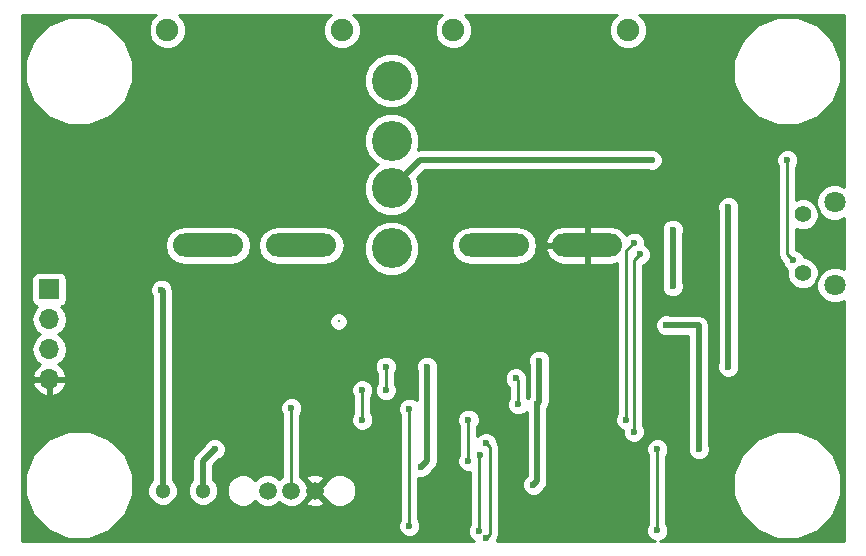
<source format=gbr>
G04 #@! TF.FileFunction,Copper,L2,Bot,Signal*
%FSLAX46Y46*%
G04 Gerber Fmt 4.6, Leading zero omitted, Abs format (unit mm)*
G04 Created by KiCad (PCBNEW 4.0.7-e2-6376~61~ubuntu18.04.1) date Sat Jul 21 17:42:36 2018*
%MOMM*%
%LPD*%
G01*
G04 APERTURE LIST*
%ADD10C,0.100000*%
%ADD11C,3.400000*%
%ADD12R,1.700000X1.700000*%
%ADD13O,1.700000X1.700000*%
%ADD14O,5.930000X1.970000*%
%ADD15C,1.900000*%
%ADD16C,1.408000*%
%ADD17C,1.800000*%
%ADD18C,1.300000*%
%ADD19C,1.500000*%
%ADD20C,0.300000*%
%ADD21C,0.600000*%
%ADD22C,0.500000*%
%ADD23C,0.250000*%
%ADD24C,0.254000*%
G04 APERTURE END LIST*
D10*
D11*
X99000000Y-76360000D03*
X99000000Y-80420000D03*
X99000000Y-71280000D03*
X99000000Y-85500000D03*
D12*
X70000000Y-88960000D03*
D13*
X70000000Y-91500000D03*
X70000000Y-94040000D03*
X70000000Y-96580000D03*
D14*
X107660000Y-85240000D03*
X115560000Y-85240000D03*
D15*
X104220000Y-67000000D03*
X119000000Y-67000000D03*
D14*
X83440000Y-85240000D03*
X91340000Y-85240000D03*
D15*
X80000000Y-67000000D03*
X94780000Y-67000000D03*
D16*
X133800000Y-87600000D03*
X133800000Y-82600000D03*
D17*
X136500000Y-88600000D03*
X136500000Y-81600000D03*
D18*
X79600000Y-106000000D03*
X83000000Y-106000000D03*
D19*
X90500000Y-106000000D03*
X92500000Y-106000000D03*
X88500000Y-106000000D03*
D20*
X94500000Y-91675000D03*
D21*
X125000000Y-102500000D03*
X122250000Y-92000000D03*
X122800000Y-88700000D03*
X122800000Y-83900000D03*
X121000000Y-78000000D03*
X124000000Y-100500000D03*
X124000000Y-104500000D03*
X98500000Y-99000000D03*
X112898780Y-98707400D03*
X103575560Y-107597660D03*
X110501020Y-107292600D03*
X131400000Y-82950000D03*
X134404880Y-93900440D03*
X134000000Y-89500000D03*
X126500000Y-89500000D03*
X126500000Y-82950000D03*
X102000000Y-95500000D03*
X101500000Y-104000000D03*
X79500000Y-89000000D03*
X111000000Y-105500000D03*
X111301120Y-98707400D03*
X111500000Y-95000000D03*
X127500000Y-95500000D03*
X127500000Y-82000000D03*
X132500000Y-78000000D03*
X133000000Y-86500000D03*
X109500000Y-96500000D03*
X109700920Y-98707400D03*
X119500000Y-101000000D03*
X120000000Y-86000000D03*
X118874990Y-100000000D03*
X119500000Y-85000000D03*
X98500000Y-95500000D03*
X98500000Y-97500000D03*
X100500000Y-109000000D03*
X100500000Y-99071429D03*
X90500000Y-99000000D03*
X105500000Y-103500000D03*
X105500000Y-100000000D03*
X96500000Y-100000000D03*
X96500000Y-97500000D03*
X107002545Y-101976210D03*
X84000000Y-102500000D03*
X107000000Y-110000000D03*
X106500000Y-103000000D03*
X106374990Y-109434306D03*
X121500000Y-109374990D03*
X121500000Y-102500000D03*
D22*
X125000000Y-92000000D02*
X125000000Y-102500000D01*
X122250000Y-92000000D02*
X125000000Y-92000000D01*
X122800000Y-83900000D02*
X122800000Y-88700000D01*
X121000000Y-78000000D02*
X101420000Y-78000000D01*
X101420000Y-78000000D02*
X99000000Y-80420000D01*
D23*
X134000000Y-89500000D02*
X134000000Y-93495560D01*
X134000000Y-93495560D02*
X134404880Y-93900440D01*
D22*
X126500000Y-82950000D02*
X126500000Y-89500000D01*
X101500000Y-104000000D02*
X102000000Y-103500000D01*
X102000000Y-103500000D02*
X102000000Y-95500000D01*
X79600000Y-106000000D02*
X79600000Y-89100000D01*
X79600000Y-89100000D02*
X79500000Y-89000000D01*
X111301120Y-98707400D02*
X111301120Y-105198880D01*
X111301120Y-105198880D02*
X111000000Y-105500000D01*
X111500000Y-95000000D02*
X111500000Y-98508520D01*
X111500000Y-98508520D02*
X111301120Y-98707400D01*
X127500000Y-82000000D02*
X127500000Y-95500000D01*
D23*
X133000000Y-86500000D02*
X132500000Y-86000000D01*
X132500000Y-86000000D02*
X132500000Y-78000000D01*
X109700920Y-98707400D02*
X109700920Y-96700920D01*
X109700920Y-96700920D02*
X109500000Y-96500000D01*
X120000000Y-86000000D02*
X119500000Y-86500000D01*
X119500000Y-86500000D02*
X119500000Y-101000000D01*
X118874990Y-85625010D02*
X118874990Y-99575736D01*
X119500000Y-85000000D02*
X118874990Y-85625010D01*
X118874990Y-99575736D02*
X118874990Y-100000000D01*
X98500000Y-97500000D02*
X98500000Y-95500000D01*
X100500000Y-99071429D02*
X100500000Y-109000000D01*
X90500000Y-106000000D02*
X90500000Y-99000000D01*
X105500000Y-100000000D02*
X105500000Y-103500000D01*
X96500000Y-97500000D02*
X96500000Y-100000000D01*
X107299999Y-109700001D02*
X107299999Y-102273664D01*
X107000000Y-110000000D02*
X107299999Y-109700001D01*
X107299999Y-102273664D02*
X107002545Y-101976210D01*
D22*
X83000000Y-103500000D02*
X84000000Y-102500000D01*
X83000000Y-106000000D02*
X83000000Y-103500000D01*
D23*
X106374990Y-103125010D02*
X106500000Y-103000000D01*
X106374990Y-109434306D02*
X106374990Y-103125010D01*
X121500000Y-102500000D02*
X121500000Y-109374990D01*
D24*
G36*
X78657086Y-66100997D02*
X78415276Y-66683341D01*
X78414725Y-67313893D01*
X78655519Y-67896657D01*
X79100997Y-68342914D01*
X79683341Y-68584724D01*
X80313893Y-68585275D01*
X80896657Y-68344481D01*
X81342914Y-67899003D01*
X81584724Y-67316659D01*
X81585275Y-66686107D01*
X81344481Y-66103343D01*
X80951825Y-65710000D01*
X93828767Y-65710000D01*
X93437086Y-66100997D01*
X93195276Y-66683341D01*
X93194725Y-67313893D01*
X93435519Y-67896657D01*
X93880997Y-68342914D01*
X94463341Y-68584724D01*
X95093893Y-68585275D01*
X95676657Y-68344481D01*
X96122914Y-67899003D01*
X96364724Y-67316659D01*
X96365275Y-66686107D01*
X96124481Y-66103343D01*
X95731825Y-65710000D01*
X103268767Y-65710000D01*
X102877086Y-66100997D01*
X102635276Y-66683341D01*
X102634725Y-67313893D01*
X102875519Y-67896657D01*
X103320997Y-68342914D01*
X103903341Y-68584724D01*
X104533893Y-68585275D01*
X105116657Y-68344481D01*
X105562914Y-67899003D01*
X105804724Y-67316659D01*
X105805275Y-66686107D01*
X105564481Y-66103343D01*
X105171825Y-65710000D01*
X118048767Y-65710000D01*
X117657086Y-66100997D01*
X117415276Y-66683341D01*
X117414725Y-67313893D01*
X117655519Y-67896657D01*
X118100997Y-68342914D01*
X118683341Y-68584724D01*
X119313893Y-68585275D01*
X119896657Y-68344481D01*
X120342914Y-67899003D01*
X120584724Y-67316659D01*
X120585275Y-66686107D01*
X120344481Y-66103343D01*
X119951825Y-65710000D01*
X137290000Y-65710000D01*
X137290000Y-80265963D01*
X136806670Y-80065267D01*
X136196009Y-80064735D01*
X135631629Y-80297932D01*
X135199449Y-80729357D01*
X134965267Y-81293330D01*
X134964735Y-81903991D01*
X135197932Y-82468371D01*
X135629357Y-82900551D01*
X136193330Y-83134733D01*
X136803991Y-83135265D01*
X137290000Y-82934450D01*
X137290000Y-87265963D01*
X136806670Y-87065267D01*
X136196009Y-87064735D01*
X135631629Y-87297932D01*
X135199449Y-87729357D01*
X134965267Y-88293330D01*
X134964735Y-88903991D01*
X135197932Y-89468371D01*
X135629357Y-89900551D01*
X136193330Y-90134733D01*
X136803991Y-90135265D01*
X137290000Y-89934450D01*
X137290000Y-110290000D01*
X121733939Y-110290000D01*
X122028943Y-110168107D01*
X122292192Y-109905317D01*
X122434838Y-109561789D01*
X122435162Y-109189823D01*
X122293117Y-108846047D01*
X122260000Y-108812872D01*
X122260000Y-106406427D01*
X127922207Y-106406427D01*
X128617545Y-108089275D01*
X129903952Y-109377929D01*
X131585584Y-110076204D01*
X133406427Y-110077793D01*
X135089275Y-109382455D01*
X136377929Y-108096048D01*
X137076204Y-106414416D01*
X137077793Y-104593573D01*
X136382455Y-102910725D01*
X135096048Y-101622071D01*
X133414416Y-100923796D01*
X131593573Y-100922207D01*
X129910725Y-101617545D01*
X128622071Y-102903952D01*
X127923796Y-104585584D01*
X127922207Y-106406427D01*
X122260000Y-106406427D01*
X122260000Y-103062463D01*
X122292192Y-103030327D01*
X122434838Y-102686799D01*
X122435162Y-102314833D01*
X122293117Y-101971057D01*
X122030327Y-101707808D01*
X121686799Y-101565162D01*
X121314833Y-101564838D01*
X120971057Y-101706883D01*
X120707808Y-101969673D01*
X120565162Y-102313201D01*
X120564838Y-102685167D01*
X120706883Y-103028943D01*
X120740000Y-103062118D01*
X120740000Y-108812527D01*
X120707808Y-108844663D01*
X120565162Y-109188191D01*
X120564838Y-109560157D01*
X120706883Y-109903933D01*
X120969673Y-110167182D01*
X121265450Y-110290000D01*
X107891985Y-110290000D01*
X107934838Y-110186799D01*
X107934921Y-110091451D01*
X108002147Y-109990840D01*
X108059999Y-109700001D01*
X108059999Y-102273664D01*
X108002147Y-101982825D01*
X108002147Y-101982824D01*
X107937624Y-101886259D01*
X107937707Y-101791043D01*
X107795662Y-101447267D01*
X107532872Y-101184018D01*
X107189344Y-101041372D01*
X106817378Y-101041048D01*
X106473602Y-101183093D01*
X106260000Y-101396323D01*
X106260000Y-100562463D01*
X106292192Y-100530327D01*
X106434838Y-100186799D01*
X106435162Y-99814833D01*
X106293117Y-99471057D01*
X106030327Y-99207808D01*
X105686799Y-99065162D01*
X105314833Y-99064838D01*
X104971057Y-99206883D01*
X104707808Y-99469673D01*
X104565162Y-99813201D01*
X104564838Y-100185167D01*
X104706883Y-100528943D01*
X104740000Y-100562118D01*
X104740000Y-102937537D01*
X104707808Y-102969673D01*
X104565162Y-103313201D01*
X104564838Y-103685167D01*
X104706883Y-104028943D01*
X104969673Y-104292192D01*
X105313201Y-104434838D01*
X105614990Y-104435101D01*
X105614990Y-108871843D01*
X105582798Y-108903979D01*
X105440152Y-109247507D01*
X105439828Y-109619473D01*
X105581873Y-109963249D01*
X105844663Y-110226498D01*
X105997592Y-110290000D01*
X67710000Y-110290000D01*
X67710000Y-106406427D01*
X67922207Y-106406427D01*
X68617545Y-108089275D01*
X69903952Y-109377929D01*
X71585584Y-110076204D01*
X73406427Y-110077793D01*
X75089275Y-109382455D01*
X76377929Y-108096048D01*
X77076204Y-106414416D01*
X77076343Y-106254481D01*
X78314777Y-106254481D01*
X78509995Y-106726943D01*
X78871155Y-107088735D01*
X79343276Y-107284777D01*
X79854481Y-107285223D01*
X80326943Y-107090005D01*
X80688735Y-106728845D01*
X80884777Y-106256724D01*
X80884778Y-106254481D01*
X81714777Y-106254481D01*
X81909995Y-106726943D01*
X82271155Y-107088735D01*
X82743276Y-107284777D01*
X83254481Y-107285223D01*
X83726943Y-107090005D01*
X84088735Y-106728845D01*
X84277485Y-106274285D01*
X85014760Y-106274285D01*
X85225169Y-106783515D01*
X85614436Y-107173461D01*
X86123298Y-107384759D01*
X86674285Y-107385240D01*
X87183515Y-107174831D01*
X87450123Y-106908687D01*
X87714436Y-107173461D01*
X88223298Y-107384759D01*
X88774285Y-107385240D01*
X89283515Y-107174831D01*
X89500036Y-106958687D01*
X89714436Y-107173461D01*
X90223298Y-107384759D01*
X90774285Y-107385240D01*
X91283515Y-107174831D01*
X91487183Y-106971517D01*
X91708088Y-106971517D01*
X91776077Y-107212460D01*
X92295171Y-107397201D01*
X92845448Y-107369230D01*
X93223923Y-107212460D01*
X93291912Y-106971517D01*
X92500000Y-106179605D01*
X91708088Y-106971517D01*
X91487183Y-106971517D01*
X91673461Y-106785564D01*
X91771901Y-106548494D01*
X92320395Y-106000000D01*
X92679605Y-106000000D01*
X93398447Y-106718842D01*
X93425169Y-106783515D01*
X93814436Y-107173461D01*
X94323298Y-107384759D01*
X94874285Y-107385240D01*
X95383515Y-107174831D01*
X95773461Y-106785564D01*
X95984759Y-106276702D01*
X95985240Y-105725715D01*
X95774831Y-105216485D01*
X95385564Y-104826539D01*
X94876702Y-104615241D01*
X94325715Y-104614760D01*
X93816485Y-104825169D01*
X93426539Y-105214436D01*
X93399108Y-105280497D01*
X92679605Y-106000000D01*
X92320395Y-106000000D01*
X91771967Y-105451572D01*
X91674831Y-105216485D01*
X91487157Y-105028483D01*
X91708088Y-105028483D01*
X92500000Y-105820395D01*
X93291912Y-105028483D01*
X93223923Y-104787540D01*
X92704829Y-104602799D01*
X92154552Y-104630770D01*
X91776077Y-104787540D01*
X91708088Y-105028483D01*
X91487157Y-105028483D01*
X91285564Y-104826539D01*
X91260000Y-104815924D01*
X91260000Y-99562463D01*
X91292192Y-99530327D01*
X91434838Y-99186799D01*
X91435162Y-98814833D01*
X91293117Y-98471057D01*
X91030327Y-98207808D01*
X90686799Y-98065162D01*
X90314833Y-98064838D01*
X89971057Y-98206883D01*
X89707808Y-98469673D01*
X89565162Y-98813201D01*
X89564838Y-99185167D01*
X89706883Y-99528943D01*
X89740000Y-99562118D01*
X89740000Y-104815453D01*
X89716485Y-104825169D01*
X89499964Y-105041313D01*
X89285564Y-104826539D01*
X88776702Y-104615241D01*
X88225715Y-104614760D01*
X87716485Y-104825169D01*
X87449877Y-105091313D01*
X87185564Y-104826539D01*
X86676702Y-104615241D01*
X86125715Y-104614760D01*
X85616485Y-104825169D01*
X85226539Y-105214436D01*
X85015241Y-105723298D01*
X85014760Y-106274285D01*
X84277485Y-106274285D01*
X84284777Y-106256724D01*
X84285223Y-105745519D01*
X84090005Y-105273057D01*
X83885000Y-105067693D01*
X83885000Y-103866580D01*
X84408835Y-103342745D01*
X84528943Y-103293117D01*
X84792192Y-103030327D01*
X84934838Y-102686799D01*
X84935162Y-102314833D01*
X84793117Y-101971057D01*
X84530327Y-101707808D01*
X84186799Y-101565162D01*
X83814833Y-101564838D01*
X83471057Y-101706883D01*
X83207808Y-101969673D01*
X83157434Y-102090987D01*
X82374210Y-102874210D01*
X82182367Y-103161325D01*
X82182367Y-103161326D01*
X82114999Y-103500000D01*
X82115000Y-103500005D01*
X82115000Y-105067776D01*
X81911265Y-105271155D01*
X81715223Y-105743276D01*
X81714777Y-106254481D01*
X80884778Y-106254481D01*
X80885223Y-105745519D01*
X80690005Y-105273057D01*
X80485000Y-105067693D01*
X80485000Y-97685167D01*
X95564838Y-97685167D01*
X95706883Y-98028943D01*
X95740000Y-98062118D01*
X95740000Y-99437537D01*
X95707808Y-99469673D01*
X95565162Y-99813201D01*
X95564838Y-100185167D01*
X95706883Y-100528943D01*
X95969673Y-100792192D01*
X96313201Y-100934838D01*
X96685167Y-100935162D01*
X97028943Y-100793117D01*
X97292192Y-100530327D01*
X97434838Y-100186799D01*
X97435162Y-99814833D01*
X97293117Y-99471057D01*
X97260000Y-99437882D01*
X97260000Y-99256596D01*
X99564838Y-99256596D01*
X99706883Y-99600372D01*
X99740000Y-99633547D01*
X99740000Y-108437537D01*
X99707808Y-108469673D01*
X99565162Y-108813201D01*
X99564838Y-109185167D01*
X99706883Y-109528943D01*
X99969673Y-109792192D01*
X100313201Y-109934838D01*
X100685167Y-109935162D01*
X101028943Y-109793117D01*
X101292192Y-109530327D01*
X101434838Y-109186799D01*
X101435162Y-108814833D01*
X101293117Y-108471057D01*
X101260000Y-108437882D01*
X101260000Y-104912747D01*
X101313201Y-104934838D01*
X101685167Y-104935162D01*
X102028943Y-104793117D01*
X102292192Y-104530327D01*
X102342566Y-104409014D01*
X102625787Y-104125792D01*
X102625790Y-104125790D01*
X102817633Y-103838675D01*
X102828810Y-103782484D01*
X102885001Y-103500000D01*
X102885000Y-103499995D01*
X102885000Y-96685167D01*
X108564838Y-96685167D01*
X108706883Y-97028943D01*
X108940920Y-97263389D01*
X108940920Y-98144937D01*
X108908728Y-98177073D01*
X108766082Y-98520601D01*
X108765758Y-98892567D01*
X108907803Y-99236343D01*
X109170593Y-99499592D01*
X109514121Y-99642238D01*
X109886087Y-99642562D01*
X110229863Y-99500517D01*
X110416120Y-99314585D01*
X110416120Y-104761724D01*
X110207808Y-104969673D01*
X110065162Y-105313201D01*
X110064838Y-105685167D01*
X110206883Y-106028943D01*
X110469673Y-106292192D01*
X110813201Y-106434838D01*
X111185167Y-106435162D01*
X111528943Y-106293117D01*
X111792192Y-106030327D01*
X111842566Y-105909013D01*
X111926907Y-105824672D01*
X111926910Y-105824670D01*
X112118753Y-105537555D01*
X112129930Y-105481364D01*
X112186121Y-105198880D01*
X112186120Y-105198875D01*
X112186120Y-99044019D01*
X112317633Y-98847195D01*
X112345440Y-98707400D01*
X112385001Y-98508520D01*
X112385000Y-98508515D01*
X112385000Y-95306822D01*
X112434838Y-95186799D01*
X112435162Y-94814833D01*
X112293117Y-94471057D01*
X112030327Y-94207808D01*
X111686799Y-94065162D01*
X111314833Y-94064838D01*
X110971057Y-94206883D01*
X110707808Y-94469673D01*
X110565162Y-94813201D01*
X110564838Y-95185167D01*
X110615000Y-95306569D01*
X110615000Y-98071186D01*
X110508928Y-98177073D01*
X110501177Y-98195738D01*
X110494037Y-98178457D01*
X110460920Y-98145282D01*
X110460920Y-96700920D01*
X110434939Y-96570308D01*
X110435162Y-96314833D01*
X110293117Y-95971057D01*
X110030327Y-95707808D01*
X109686799Y-95565162D01*
X109314833Y-95564838D01*
X108971057Y-95706883D01*
X108707808Y-95969673D01*
X108565162Y-96313201D01*
X108564838Y-96685167D01*
X102885000Y-96685167D01*
X102885000Y-95806822D01*
X102934838Y-95686799D01*
X102935162Y-95314833D01*
X102793117Y-94971057D01*
X102530327Y-94707808D01*
X102186799Y-94565162D01*
X101814833Y-94564838D01*
X101471057Y-94706883D01*
X101207808Y-94969673D01*
X101065162Y-95313201D01*
X101064838Y-95685167D01*
X101115000Y-95806569D01*
X101115000Y-98364058D01*
X101030327Y-98279237D01*
X100686799Y-98136591D01*
X100314833Y-98136267D01*
X99971057Y-98278312D01*
X99707808Y-98541102D01*
X99565162Y-98884630D01*
X99564838Y-99256596D01*
X97260000Y-99256596D01*
X97260000Y-98062463D01*
X97292192Y-98030327D01*
X97434838Y-97686799D01*
X97435162Y-97314833D01*
X97293117Y-96971057D01*
X97030327Y-96707808D01*
X96686799Y-96565162D01*
X96314833Y-96564838D01*
X95971057Y-96706883D01*
X95707808Y-96969673D01*
X95565162Y-97313201D01*
X95564838Y-97685167D01*
X80485000Y-97685167D01*
X80485000Y-95685167D01*
X97564838Y-95685167D01*
X97706883Y-96028943D01*
X97740000Y-96062118D01*
X97740000Y-96937537D01*
X97707808Y-96969673D01*
X97565162Y-97313201D01*
X97564838Y-97685167D01*
X97706883Y-98028943D01*
X97969673Y-98292192D01*
X98313201Y-98434838D01*
X98685167Y-98435162D01*
X99028943Y-98293117D01*
X99292192Y-98030327D01*
X99434838Y-97686799D01*
X99435162Y-97314833D01*
X99293117Y-96971057D01*
X99260000Y-96937882D01*
X99260000Y-96062463D01*
X99292192Y-96030327D01*
X99434838Y-95686799D01*
X99435162Y-95314833D01*
X99293117Y-94971057D01*
X99030327Y-94707808D01*
X98686799Y-94565162D01*
X98314833Y-94564838D01*
X97971057Y-94706883D01*
X97707808Y-94969673D01*
X97565162Y-95313201D01*
X97564838Y-95685167D01*
X80485000Y-95685167D01*
X80485000Y-91830461D01*
X93714864Y-91830461D01*
X93834121Y-92119086D01*
X94054753Y-92340103D01*
X94343169Y-92459863D01*
X94655461Y-92460136D01*
X94944086Y-92340879D01*
X95165103Y-92120247D01*
X95284863Y-91831831D01*
X95285136Y-91519539D01*
X95165879Y-91230914D01*
X94945247Y-91009897D01*
X94656831Y-90890137D01*
X94344539Y-90889864D01*
X94055914Y-91009121D01*
X93834897Y-91229753D01*
X93715137Y-91518169D01*
X93714864Y-91830461D01*
X80485000Y-91830461D01*
X80485000Y-89100000D01*
X80435132Y-88849298D01*
X80435162Y-88814833D01*
X80421885Y-88782699D01*
X80417633Y-88761325D01*
X80405631Y-88743363D01*
X80293117Y-88471057D01*
X80030327Y-88207808D01*
X79686799Y-88065162D01*
X79314833Y-88064838D01*
X78971057Y-88206883D01*
X78707808Y-88469673D01*
X78565162Y-88813201D01*
X78564838Y-89185167D01*
X78706883Y-89528943D01*
X78715000Y-89537074D01*
X78715000Y-105067776D01*
X78511265Y-105271155D01*
X78315223Y-105743276D01*
X78314777Y-106254481D01*
X77076343Y-106254481D01*
X77077793Y-104593573D01*
X76382455Y-102910725D01*
X75096048Y-101622071D01*
X73414416Y-100923796D01*
X71593573Y-100922207D01*
X69910725Y-101617545D01*
X68622071Y-102903952D01*
X67923796Y-104585584D01*
X67922207Y-106406427D01*
X67710000Y-106406427D01*
X67710000Y-96936890D01*
X68558524Y-96936890D01*
X68728355Y-97346924D01*
X69118642Y-97775183D01*
X69643108Y-98021486D01*
X69873000Y-97900819D01*
X69873000Y-96707000D01*
X70127000Y-96707000D01*
X70127000Y-97900819D01*
X70356892Y-98021486D01*
X70881358Y-97775183D01*
X71271645Y-97346924D01*
X71441476Y-96936890D01*
X71320155Y-96707000D01*
X70127000Y-96707000D01*
X69873000Y-96707000D01*
X68679845Y-96707000D01*
X68558524Y-96936890D01*
X67710000Y-96936890D01*
X67710000Y-91500000D01*
X68485907Y-91500000D01*
X68598946Y-92068285D01*
X68920853Y-92550054D01*
X69250026Y-92770000D01*
X68920853Y-92989946D01*
X68598946Y-93471715D01*
X68485907Y-94040000D01*
X68598946Y-94608285D01*
X68920853Y-95090054D01*
X69261553Y-95317702D01*
X69118642Y-95384817D01*
X68728355Y-95813076D01*
X68558524Y-96223110D01*
X68679845Y-96453000D01*
X69873000Y-96453000D01*
X69873000Y-96433000D01*
X70127000Y-96433000D01*
X70127000Y-96453000D01*
X71320155Y-96453000D01*
X71441476Y-96223110D01*
X71271645Y-95813076D01*
X70881358Y-95384817D01*
X70738447Y-95317702D01*
X71079147Y-95090054D01*
X71401054Y-94608285D01*
X71514093Y-94040000D01*
X71401054Y-93471715D01*
X71079147Y-92989946D01*
X70749974Y-92770000D01*
X71079147Y-92550054D01*
X71401054Y-92068285D01*
X71514093Y-91500000D01*
X71401054Y-90931715D01*
X71079147Y-90449946D01*
X71037548Y-90422150D01*
X71085317Y-90413162D01*
X71301441Y-90274090D01*
X71446431Y-90061890D01*
X71497440Y-89810000D01*
X71497440Y-88110000D01*
X71453162Y-87874683D01*
X71314090Y-87658559D01*
X71101890Y-87513569D01*
X70850000Y-87462560D01*
X69150000Y-87462560D01*
X68914683Y-87506838D01*
X68698559Y-87645910D01*
X68553569Y-87858110D01*
X68502560Y-88110000D01*
X68502560Y-89810000D01*
X68546838Y-90045317D01*
X68685910Y-90261441D01*
X68898110Y-90406431D01*
X68965541Y-90420086D01*
X68920853Y-90449946D01*
X68598946Y-90931715D01*
X68485907Y-91500000D01*
X67710000Y-91500000D01*
X67710000Y-85240000D01*
X79769472Y-85240000D01*
X79892787Y-85859947D01*
X80243959Y-86385513D01*
X80769525Y-86736685D01*
X81389472Y-86860000D01*
X85490528Y-86860000D01*
X86110475Y-86736685D01*
X86636041Y-86385513D01*
X86987213Y-85859947D01*
X87110528Y-85240000D01*
X87669472Y-85240000D01*
X87792787Y-85859947D01*
X88143959Y-86385513D01*
X88669525Y-86736685D01*
X89289472Y-86860000D01*
X93390528Y-86860000D01*
X94010475Y-86736685D01*
X94536041Y-86385513D01*
X94818741Y-85962422D01*
X96664596Y-85962422D01*
X97019329Y-86820943D01*
X97675602Y-87478362D01*
X98533502Y-87834593D01*
X99462422Y-87835404D01*
X100320943Y-87480671D01*
X100978362Y-86824398D01*
X101334593Y-85966498D01*
X101335227Y-85240000D01*
X103989472Y-85240000D01*
X104112787Y-85859947D01*
X104463959Y-86385513D01*
X104989525Y-86736685D01*
X105609472Y-86860000D01*
X109710528Y-86860000D01*
X110330475Y-86736685D01*
X110856041Y-86385513D01*
X111207213Y-85859947D01*
X111255323Y-85618080D01*
X112004737Y-85618080D01*
X112034714Y-85742614D01*
X112344684Y-86295710D01*
X112842720Y-86688084D01*
X113453000Y-86860000D01*
X115433000Y-86860000D01*
X115433000Y-85367000D01*
X112124279Y-85367000D01*
X112004737Y-85618080D01*
X111255323Y-85618080D01*
X111330528Y-85240000D01*
X111255324Y-84861920D01*
X112004737Y-84861920D01*
X112124279Y-85113000D01*
X115433000Y-85113000D01*
X115433000Y-83620000D01*
X115687000Y-83620000D01*
X115687000Y-85113000D01*
X115707000Y-85113000D01*
X115707000Y-85367000D01*
X115687000Y-85367000D01*
X115687000Y-86860000D01*
X117667000Y-86860000D01*
X118114990Y-86733801D01*
X118114990Y-99437537D01*
X118082798Y-99469673D01*
X117940152Y-99813201D01*
X117939828Y-100185167D01*
X118081873Y-100528943D01*
X118344663Y-100792192D01*
X118565101Y-100883726D01*
X118564838Y-101185167D01*
X118706883Y-101528943D01*
X118969673Y-101792192D01*
X119313201Y-101934838D01*
X119685167Y-101935162D01*
X120028943Y-101793117D01*
X120292192Y-101530327D01*
X120434838Y-101186799D01*
X120435162Y-100814833D01*
X120293117Y-100471057D01*
X120260000Y-100437882D01*
X120260000Y-92185167D01*
X121314838Y-92185167D01*
X121456883Y-92528943D01*
X121719673Y-92792192D01*
X122063201Y-92934838D01*
X122435167Y-92935162D01*
X122556569Y-92885000D01*
X124115000Y-92885000D01*
X124115000Y-102193178D01*
X124065162Y-102313201D01*
X124064838Y-102685167D01*
X124206883Y-103028943D01*
X124469673Y-103292192D01*
X124813201Y-103434838D01*
X125185167Y-103435162D01*
X125528943Y-103293117D01*
X125792192Y-103030327D01*
X125934838Y-102686799D01*
X125935162Y-102314833D01*
X125885000Y-102193431D01*
X125885000Y-92000000D01*
X125817633Y-91661325D01*
X125625790Y-91374210D01*
X125338675Y-91182367D01*
X125000000Y-91115000D01*
X122556822Y-91115000D01*
X122436799Y-91065162D01*
X122064833Y-91064838D01*
X121721057Y-91206883D01*
X121457808Y-91469673D01*
X121315162Y-91813201D01*
X121314838Y-92185167D01*
X120260000Y-92185167D01*
X120260000Y-86904242D01*
X120528943Y-86793117D01*
X120792192Y-86530327D01*
X120934838Y-86186799D01*
X120935162Y-85814833D01*
X120793117Y-85471057D01*
X120530327Y-85207808D01*
X120434854Y-85168164D01*
X120435162Y-84814833D01*
X120293117Y-84471057D01*
X120030327Y-84207808D01*
X119734977Y-84085167D01*
X121864838Y-84085167D01*
X121915000Y-84206569D01*
X121915000Y-88393178D01*
X121865162Y-88513201D01*
X121864838Y-88885167D01*
X122006883Y-89228943D01*
X122269673Y-89492192D01*
X122613201Y-89634838D01*
X122985167Y-89635162D01*
X123328943Y-89493117D01*
X123592192Y-89230327D01*
X123734838Y-88886799D01*
X123735162Y-88514833D01*
X123685000Y-88393431D01*
X123685000Y-84206822D01*
X123734838Y-84086799D01*
X123735162Y-83714833D01*
X123593117Y-83371057D01*
X123330327Y-83107808D01*
X122986799Y-82965162D01*
X122614833Y-82964838D01*
X122271057Y-83106883D01*
X122007808Y-83369673D01*
X121865162Y-83713201D01*
X121864838Y-84085167D01*
X119734977Y-84085167D01*
X119686799Y-84065162D01*
X119314833Y-84064838D01*
X118971057Y-84206883D01*
X118853657Y-84324078D01*
X118775316Y-84184290D01*
X118277280Y-83791916D01*
X117667000Y-83620000D01*
X115687000Y-83620000D01*
X115433000Y-83620000D01*
X113453000Y-83620000D01*
X112842720Y-83791916D01*
X112344684Y-84184290D01*
X112034714Y-84737386D01*
X112004737Y-84861920D01*
X111255324Y-84861920D01*
X111207213Y-84620053D01*
X110856041Y-84094487D01*
X110330475Y-83743315D01*
X109710528Y-83620000D01*
X105609472Y-83620000D01*
X104989525Y-83743315D01*
X104463959Y-84094487D01*
X104112787Y-84620053D01*
X103989472Y-85240000D01*
X101335227Y-85240000D01*
X101335404Y-85037578D01*
X100980671Y-84179057D01*
X100324398Y-83521638D01*
X99466498Y-83165407D01*
X98537578Y-83164596D01*
X97679057Y-83519329D01*
X97021638Y-84175602D01*
X96665407Y-85033502D01*
X96664596Y-85962422D01*
X94818741Y-85962422D01*
X94887213Y-85859947D01*
X95010528Y-85240000D01*
X94887213Y-84620053D01*
X94536041Y-84094487D01*
X94010475Y-83743315D01*
X93390528Y-83620000D01*
X89289472Y-83620000D01*
X88669525Y-83743315D01*
X88143959Y-84094487D01*
X87792787Y-84620053D01*
X87669472Y-85240000D01*
X87110528Y-85240000D01*
X86987213Y-84620053D01*
X86636041Y-84094487D01*
X86110475Y-83743315D01*
X85490528Y-83620000D01*
X81389472Y-83620000D01*
X80769525Y-83743315D01*
X80243959Y-84094487D01*
X79892787Y-84620053D01*
X79769472Y-85240000D01*
X67710000Y-85240000D01*
X67710000Y-76822422D01*
X96664596Y-76822422D01*
X97019329Y-77680943D01*
X97675602Y-78338362D01*
X97799203Y-78389686D01*
X97679057Y-78439329D01*
X97021638Y-79095602D01*
X96665407Y-79953502D01*
X96664596Y-80882422D01*
X97019329Y-81740943D01*
X97675602Y-82398362D01*
X98533502Y-82754593D01*
X99462422Y-82755404D01*
X100320943Y-82400671D01*
X100536823Y-82185167D01*
X126564838Y-82185167D01*
X126615000Y-82306569D01*
X126615000Y-95193178D01*
X126565162Y-95313201D01*
X126564838Y-95685167D01*
X126706883Y-96028943D01*
X126969673Y-96292192D01*
X127313201Y-96434838D01*
X127685167Y-96435162D01*
X128028943Y-96293117D01*
X128292192Y-96030327D01*
X128434838Y-95686799D01*
X128435162Y-95314833D01*
X128385000Y-95193431D01*
X128385000Y-82306822D01*
X128434838Y-82186799D01*
X128435162Y-81814833D01*
X128293117Y-81471057D01*
X128030327Y-81207808D01*
X127686799Y-81065162D01*
X127314833Y-81064838D01*
X126971057Y-81206883D01*
X126707808Y-81469673D01*
X126565162Y-81813201D01*
X126564838Y-82185167D01*
X100536823Y-82185167D01*
X100978362Y-81744398D01*
X101334593Y-80886498D01*
X101335404Y-79957578D01*
X101153717Y-79517862D01*
X101786579Y-78885000D01*
X120693178Y-78885000D01*
X120813201Y-78934838D01*
X121185167Y-78935162D01*
X121528943Y-78793117D01*
X121792192Y-78530327D01*
X121934838Y-78186799D01*
X121934839Y-78185167D01*
X131564838Y-78185167D01*
X131706883Y-78528943D01*
X131740000Y-78562118D01*
X131740000Y-86000000D01*
X131797852Y-86290839D01*
X131962599Y-86537401D01*
X132064878Y-86639680D01*
X132064838Y-86685167D01*
X132206883Y-87028943D01*
X132469673Y-87292192D01*
X132476746Y-87295129D01*
X132461233Y-87332488D01*
X132460768Y-87865175D01*
X132664189Y-88357492D01*
X133040527Y-88734487D01*
X133532488Y-88938767D01*
X134065175Y-88939232D01*
X134557492Y-88735811D01*
X134934487Y-88359473D01*
X135138767Y-87867512D01*
X135139232Y-87334825D01*
X134935811Y-86842508D01*
X134559473Y-86465513D01*
X134067512Y-86261233D01*
X133912959Y-86261098D01*
X133793117Y-85971057D01*
X133530327Y-85707808D01*
X133260000Y-85595558D01*
X133260000Y-83825620D01*
X133532488Y-83938767D01*
X134065175Y-83939232D01*
X134557492Y-83735811D01*
X134934487Y-83359473D01*
X135138767Y-82867512D01*
X135139232Y-82334825D01*
X134935811Y-81842508D01*
X134559473Y-81465513D01*
X134067512Y-81261233D01*
X133534825Y-81260768D01*
X133260000Y-81374323D01*
X133260000Y-78562463D01*
X133292192Y-78530327D01*
X133434838Y-78186799D01*
X133435162Y-77814833D01*
X133293117Y-77471057D01*
X133030327Y-77207808D01*
X132686799Y-77065162D01*
X132314833Y-77064838D01*
X131971057Y-77206883D01*
X131707808Y-77469673D01*
X131565162Y-77813201D01*
X131564838Y-78185167D01*
X121934839Y-78185167D01*
X121935162Y-77814833D01*
X121793117Y-77471057D01*
X121530327Y-77207808D01*
X121186799Y-77065162D01*
X120814833Y-77064838D01*
X120693431Y-77115000D01*
X101420005Y-77115000D01*
X101420000Y-77114999D01*
X101196322Y-77159492D01*
X101334593Y-76826498D01*
X101335404Y-75897578D01*
X100980671Y-75039057D01*
X100324398Y-74381638D01*
X99466498Y-74025407D01*
X98537578Y-74024596D01*
X97679057Y-74379329D01*
X97021638Y-75035602D01*
X96665407Y-75893502D01*
X96664596Y-76822422D01*
X67710000Y-76822422D01*
X67710000Y-71406427D01*
X67922207Y-71406427D01*
X68617545Y-73089275D01*
X69903952Y-74377929D01*
X71585584Y-75076204D01*
X73406427Y-75077793D01*
X75089275Y-74382455D01*
X76377929Y-73096048D01*
X76940003Y-71742422D01*
X96664596Y-71742422D01*
X97019329Y-72600943D01*
X97675602Y-73258362D01*
X98533502Y-73614593D01*
X99462422Y-73615404D01*
X100320943Y-73260671D01*
X100978362Y-72604398D01*
X101334593Y-71746498D01*
X101334889Y-71406427D01*
X127922207Y-71406427D01*
X128617545Y-73089275D01*
X129903952Y-74377929D01*
X131585584Y-75076204D01*
X133406427Y-75077793D01*
X135089275Y-74382455D01*
X136377929Y-73096048D01*
X137076204Y-71414416D01*
X137077793Y-69593573D01*
X136382455Y-67910725D01*
X135096048Y-66622071D01*
X133414416Y-65923796D01*
X131593573Y-65922207D01*
X129910725Y-66617545D01*
X128622071Y-67903952D01*
X127923796Y-69585584D01*
X127922207Y-71406427D01*
X101334889Y-71406427D01*
X101335404Y-70817578D01*
X100980671Y-69959057D01*
X100324398Y-69301638D01*
X99466498Y-68945407D01*
X98537578Y-68944596D01*
X97679057Y-69299329D01*
X97021638Y-69955602D01*
X96665407Y-70813502D01*
X96664596Y-71742422D01*
X76940003Y-71742422D01*
X77076204Y-71414416D01*
X77077793Y-69593573D01*
X76382455Y-67910725D01*
X75096048Y-66622071D01*
X73414416Y-65923796D01*
X71593573Y-65922207D01*
X69910725Y-66617545D01*
X68622071Y-67903952D01*
X67923796Y-69585584D01*
X67922207Y-71406427D01*
X67710000Y-71406427D01*
X67710000Y-65710000D01*
X79048767Y-65710000D01*
X78657086Y-66100997D01*
X78657086Y-66100997D01*
G37*
X78657086Y-66100997D02*
X78415276Y-66683341D01*
X78414725Y-67313893D01*
X78655519Y-67896657D01*
X79100997Y-68342914D01*
X79683341Y-68584724D01*
X80313893Y-68585275D01*
X80896657Y-68344481D01*
X81342914Y-67899003D01*
X81584724Y-67316659D01*
X81585275Y-66686107D01*
X81344481Y-66103343D01*
X80951825Y-65710000D01*
X93828767Y-65710000D01*
X93437086Y-66100997D01*
X93195276Y-66683341D01*
X93194725Y-67313893D01*
X93435519Y-67896657D01*
X93880997Y-68342914D01*
X94463341Y-68584724D01*
X95093893Y-68585275D01*
X95676657Y-68344481D01*
X96122914Y-67899003D01*
X96364724Y-67316659D01*
X96365275Y-66686107D01*
X96124481Y-66103343D01*
X95731825Y-65710000D01*
X103268767Y-65710000D01*
X102877086Y-66100997D01*
X102635276Y-66683341D01*
X102634725Y-67313893D01*
X102875519Y-67896657D01*
X103320997Y-68342914D01*
X103903341Y-68584724D01*
X104533893Y-68585275D01*
X105116657Y-68344481D01*
X105562914Y-67899003D01*
X105804724Y-67316659D01*
X105805275Y-66686107D01*
X105564481Y-66103343D01*
X105171825Y-65710000D01*
X118048767Y-65710000D01*
X117657086Y-66100997D01*
X117415276Y-66683341D01*
X117414725Y-67313893D01*
X117655519Y-67896657D01*
X118100997Y-68342914D01*
X118683341Y-68584724D01*
X119313893Y-68585275D01*
X119896657Y-68344481D01*
X120342914Y-67899003D01*
X120584724Y-67316659D01*
X120585275Y-66686107D01*
X120344481Y-66103343D01*
X119951825Y-65710000D01*
X137290000Y-65710000D01*
X137290000Y-80265963D01*
X136806670Y-80065267D01*
X136196009Y-80064735D01*
X135631629Y-80297932D01*
X135199449Y-80729357D01*
X134965267Y-81293330D01*
X134964735Y-81903991D01*
X135197932Y-82468371D01*
X135629357Y-82900551D01*
X136193330Y-83134733D01*
X136803991Y-83135265D01*
X137290000Y-82934450D01*
X137290000Y-87265963D01*
X136806670Y-87065267D01*
X136196009Y-87064735D01*
X135631629Y-87297932D01*
X135199449Y-87729357D01*
X134965267Y-88293330D01*
X134964735Y-88903991D01*
X135197932Y-89468371D01*
X135629357Y-89900551D01*
X136193330Y-90134733D01*
X136803991Y-90135265D01*
X137290000Y-89934450D01*
X137290000Y-110290000D01*
X121733939Y-110290000D01*
X122028943Y-110168107D01*
X122292192Y-109905317D01*
X122434838Y-109561789D01*
X122435162Y-109189823D01*
X122293117Y-108846047D01*
X122260000Y-108812872D01*
X122260000Y-106406427D01*
X127922207Y-106406427D01*
X128617545Y-108089275D01*
X129903952Y-109377929D01*
X131585584Y-110076204D01*
X133406427Y-110077793D01*
X135089275Y-109382455D01*
X136377929Y-108096048D01*
X137076204Y-106414416D01*
X137077793Y-104593573D01*
X136382455Y-102910725D01*
X135096048Y-101622071D01*
X133414416Y-100923796D01*
X131593573Y-100922207D01*
X129910725Y-101617545D01*
X128622071Y-102903952D01*
X127923796Y-104585584D01*
X127922207Y-106406427D01*
X122260000Y-106406427D01*
X122260000Y-103062463D01*
X122292192Y-103030327D01*
X122434838Y-102686799D01*
X122435162Y-102314833D01*
X122293117Y-101971057D01*
X122030327Y-101707808D01*
X121686799Y-101565162D01*
X121314833Y-101564838D01*
X120971057Y-101706883D01*
X120707808Y-101969673D01*
X120565162Y-102313201D01*
X120564838Y-102685167D01*
X120706883Y-103028943D01*
X120740000Y-103062118D01*
X120740000Y-108812527D01*
X120707808Y-108844663D01*
X120565162Y-109188191D01*
X120564838Y-109560157D01*
X120706883Y-109903933D01*
X120969673Y-110167182D01*
X121265450Y-110290000D01*
X107891985Y-110290000D01*
X107934838Y-110186799D01*
X107934921Y-110091451D01*
X108002147Y-109990840D01*
X108059999Y-109700001D01*
X108059999Y-102273664D01*
X108002147Y-101982825D01*
X108002147Y-101982824D01*
X107937624Y-101886259D01*
X107937707Y-101791043D01*
X107795662Y-101447267D01*
X107532872Y-101184018D01*
X107189344Y-101041372D01*
X106817378Y-101041048D01*
X106473602Y-101183093D01*
X106260000Y-101396323D01*
X106260000Y-100562463D01*
X106292192Y-100530327D01*
X106434838Y-100186799D01*
X106435162Y-99814833D01*
X106293117Y-99471057D01*
X106030327Y-99207808D01*
X105686799Y-99065162D01*
X105314833Y-99064838D01*
X104971057Y-99206883D01*
X104707808Y-99469673D01*
X104565162Y-99813201D01*
X104564838Y-100185167D01*
X104706883Y-100528943D01*
X104740000Y-100562118D01*
X104740000Y-102937537D01*
X104707808Y-102969673D01*
X104565162Y-103313201D01*
X104564838Y-103685167D01*
X104706883Y-104028943D01*
X104969673Y-104292192D01*
X105313201Y-104434838D01*
X105614990Y-104435101D01*
X105614990Y-108871843D01*
X105582798Y-108903979D01*
X105440152Y-109247507D01*
X105439828Y-109619473D01*
X105581873Y-109963249D01*
X105844663Y-110226498D01*
X105997592Y-110290000D01*
X67710000Y-110290000D01*
X67710000Y-106406427D01*
X67922207Y-106406427D01*
X68617545Y-108089275D01*
X69903952Y-109377929D01*
X71585584Y-110076204D01*
X73406427Y-110077793D01*
X75089275Y-109382455D01*
X76377929Y-108096048D01*
X77076204Y-106414416D01*
X77076343Y-106254481D01*
X78314777Y-106254481D01*
X78509995Y-106726943D01*
X78871155Y-107088735D01*
X79343276Y-107284777D01*
X79854481Y-107285223D01*
X80326943Y-107090005D01*
X80688735Y-106728845D01*
X80884777Y-106256724D01*
X80884778Y-106254481D01*
X81714777Y-106254481D01*
X81909995Y-106726943D01*
X82271155Y-107088735D01*
X82743276Y-107284777D01*
X83254481Y-107285223D01*
X83726943Y-107090005D01*
X84088735Y-106728845D01*
X84277485Y-106274285D01*
X85014760Y-106274285D01*
X85225169Y-106783515D01*
X85614436Y-107173461D01*
X86123298Y-107384759D01*
X86674285Y-107385240D01*
X87183515Y-107174831D01*
X87450123Y-106908687D01*
X87714436Y-107173461D01*
X88223298Y-107384759D01*
X88774285Y-107385240D01*
X89283515Y-107174831D01*
X89500036Y-106958687D01*
X89714436Y-107173461D01*
X90223298Y-107384759D01*
X90774285Y-107385240D01*
X91283515Y-107174831D01*
X91487183Y-106971517D01*
X91708088Y-106971517D01*
X91776077Y-107212460D01*
X92295171Y-107397201D01*
X92845448Y-107369230D01*
X93223923Y-107212460D01*
X93291912Y-106971517D01*
X92500000Y-106179605D01*
X91708088Y-106971517D01*
X91487183Y-106971517D01*
X91673461Y-106785564D01*
X91771901Y-106548494D01*
X92320395Y-106000000D01*
X92679605Y-106000000D01*
X93398447Y-106718842D01*
X93425169Y-106783515D01*
X93814436Y-107173461D01*
X94323298Y-107384759D01*
X94874285Y-107385240D01*
X95383515Y-107174831D01*
X95773461Y-106785564D01*
X95984759Y-106276702D01*
X95985240Y-105725715D01*
X95774831Y-105216485D01*
X95385564Y-104826539D01*
X94876702Y-104615241D01*
X94325715Y-104614760D01*
X93816485Y-104825169D01*
X93426539Y-105214436D01*
X93399108Y-105280497D01*
X92679605Y-106000000D01*
X92320395Y-106000000D01*
X91771967Y-105451572D01*
X91674831Y-105216485D01*
X91487157Y-105028483D01*
X91708088Y-105028483D01*
X92500000Y-105820395D01*
X93291912Y-105028483D01*
X93223923Y-104787540D01*
X92704829Y-104602799D01*
X92154552Y-104630770D01*
X91776077Y-104787540D01*
X91708088Y-105028483D01*
X91487157Y-105028483D01*
X91285564Y-104826539D01*
X91260000Y-104815924D01*
X91260000Y-99562463D01*
X91292192Y-99530327D01*
X91434838Y-99186799D01*
X91435162Y-98814833D01*
X91293117Y-98471057D01*
X91030327Y-98207808D01*
X90686799Y-98065162D01*
X90314833Y-98064838D01*
X89971057Y-98206883D01*
X89707808Y-98469673D01*
X89565162Y-98813201D01*
X89564838Y-99185167D01*
X89706883Y-99528943D01*
X89740000Y-99562118D01*
X89740000Y-104815453D01*
X89716485Y-104825169D01*
X89499964Y-105041313D01*
X89285564Y-104826539D01*
X88776702Y-104615241D01*
X88225715Y-104614760D01*
X87716485Y-104825169D01*
X87449877Y-105091313D01*
X87185564Y-104826539D01*
X86676702Y-104615241D01*
X86125715Y-104614760D01*
X85616485Y-104825169D01*
X85226539Y-105214436D01*
X85015241Y-105723298D01*
X85014760Y-106274285D01*
X84277485Y-106274285D01*
X84284777Y-106256724D01*
X84285223Y-105745519D01*
X84090005Y-105273057D01*
X83885000Y-105067693D01*
X83885000Y-103866580D01*
X84408835Y-103342745D01*
X84528943Y-103293117D01*
X84792192Y-103030327D01*
X84934838Y-102686799D01*
X84935162Y-102314833D01*
X84793117Y-101971057D01*
X84530327Y-101707808D01*
X84186799Y-101565162D01*
X83814833Y-101564838D01*
X83471057Y-101706883D01*
X83207808Y-101969673D01*
X83157434Y-102090987D01*
X82374210Y-102874210D01*
X82182367Y-103161325D01*
X82182367Y-103161326D01*
X82114999Y-103500000D01*
X82115000Y-103500005D01*
X82115000Y-105067776D01*
X81911265Y-105271155D01*
X81715223Y-105743276D01*
X81714777Y-106254481D01*
X80884778Y-106254481D01*
X80885223Y-105745519D01*
X80690005Y-105273057D01*
X80485000Y-105067693D01*
X80485000Y-97685167D01*
X95564838Y-97685167D01*
X95706883Y-98028943D01*
X95740000Y-98062118D01*
X95740000Y-99437537D01*
X95707808Y-99469673D01*
X95565162Y-99813201D01*
X95564838Y-100185167D01*
X95706883Y-100528943D01*
X95969673Y-100792192D01*
X96313201Y-100934838D01*
X96685167Y-100935162D01*
X97028943Y-100793117D01*
X97292192Y-100530327D01*
X97434838Y-100186799D01*
X97435162Y-99814833D01*
X97293117Y-99471057D01*
X97260000Y-99437882D01*
X97260000Y-99256596D01*
X99564838Y-99256596D01*
X99706883Y-99600372D01*
X99740000Y-99633547D01*
X99740000Y-108437537D01*
X99707808Y-108469673D01*
X99565162Y-108813201D01*
X99564838Y-109185167D01*
X99706883Y-109528943D01*
X99969673Y-109792192D01*
X100313201Y-109934838D01*
X100685167Y-109935162D01*
X101028943Y-109793117D01*
X101292192Y-109530327D01*
X101434838Y-109186799D01*
X101435162Y-108814833D01*
X101293117Y-108471057D01*
X101260000Y-108437882D01*
X101260000Y-104912747D01*
X101313201Y-104934838D01*
X101685167Y-104935162D01*
X102028943Y-104793117D01*
X102292192Y-104530327D01*
X102342566Y-104409014D01*
X102625787Y-104125792D01*
X102625790Y-104125790D01*
X102817633Y-103838675D01*
X102828810Y-103782484D01*
X102885001Y-103500000D01*
X102885000Y-103499995D01*
X102885000Y-96685167D01*
X108564838Y-96685167D01*
X108706883Y-97028943D01*
X108940920Y-97263389D01*
X108940920Y-98144937D01*
X108908728Y-98177073D01*
X108766082Y-98520601D01*
X108765758Y-98892567D01*
X108907803Y-99236343D01*
X109170593Y-99499592D01*
X109514121Y-99642238D01*
X109886087Y-99642562D01*
X110229863Y-99500517D01*
X110416120Y-99314585D01*
X110416120Y-104761724D01*
X110207808Y-104969673D01*
X110065162Y-105313201D01*
X110064838Y-105685167D01*
X110206883Y-106028943D01*
X110469673Y-106292192D01*
X110813201Y-106434838D01*
X111185167Y-106435162D01*
X111528943Y-106293117D01*
X111792192Y-106030327D01*
X111842566Y-105909013D01*
X111926907Y-105824672D01*
X111926910Y-105824670D01*
X112118753Y-105537555D01*
X112129930Y-105481364D01*
X112186121Y-105198880D01*
X112186120Y-105198875D01*
X112186120Y-99044019D01*
X112317633Y-98847195D01*
X112345440Y-98707400D01*
X112385001Y-98508520D01*
X112385000Y-98508515D01*
X112385000Y-95306822D01*
X112434838Y-95186799D01*
X112435162Y-94814833D01*
X112293117Y-94471057D01*
X112030327Y-94207808D01*
X111686799Y-94065162D01*
X111314833Y-94064838D01*
X110971057Y-94206883D01*
X110707808Y-94469673D01*
X110565162Y-94813201D01*
X110564838Y-95185167D01*
X110615000Y-95306569D01*
X110615000Y-98071186D01*
X110508928Y-98177073D01*
X110501177Y-98195738D01*
X110494037Y-98178457D01*
X110460920Y-98145282D01*
X110460920Y-96700920D01*
X110434939Y-96570308D01*
X110435162Y-96314833D01*
X110293117Y-95971057D01*
X110030327Y-95707808D01*
X109686799Y-95565162D01*
X109314833Y-95564838D01*
X108971057Y-95706883D01*
X108707808Y-95969673D01*
X108565162Y-96313201D01*
X108564838Y-96685167D01*
X102885000Y-96685167D01*
X102885000Y-95806822D01*
X102934838Y-95686799D01*
X102935162Y-95314833D01*
X102793117Y-94971057D01*
X102530327Y-94707808D01*
X102186799Y-94565162D01*
X101814833Y-94564838D01*
X101471057Y-94706883D01*
X101207808Y-94969673D01*
X101065162Y-95313201D01*
X101064838Y-95685167D01*
X101115000Y-95806569D01*
X101115000Y-98364058D01*
X101030327Y-98279237D01*
X100686799Y-98136591D01*
X100314833Y-98136267D01*
X99971057Y-98278312D01*
X99707808Y-98541102D01*
X99565162Y-98884630D01*
X99564838Y-99256596D01*
X97260000Y-99256596D01*
X97260000Y-98062463D01*
X97292192Y-98030327D01*
X97434838Y-97686799D01*
X97435162Y-97314833D01*
X97293117Y-96971057D01*
X97030327Y-96707808D01*
X96686799Y-96565162D01*
X96314833Y-96564838D01*
X95971057Y-96706883D01*
X95707808Y-96969673D01*
X95565162Y-97313201D01*
X95564838Y-97685167D01*
X80485000Y-97685167D01*
X80485000Y-95685167D01*
X97564838Y-95685167D01*
X97706883Y-96028943D01*
X97740000Y-96062118D01*
X97740000Y-96937537D01*
X97707808Y-96969673D01*
X97565162Y-97313201D01*
X97564838Y-97685167D01*
X97706883Y-98028943D01*
X97969673Y-98292192D01*
X98313201Y-98434838D01*
X98685167Y-98435162D01*
X99028943Y-98293117D01*
X99292192Y-98030327D01*
X99434838Y-97686799D01*
X99435162Y-97314833D01*
X99293117Y-96971057D01*
X99260000Y-96937882D01*
X99260000Y-96062463D01*
X99292192Y-96030327D01*
X99434838Y-95686799D01*
X99435162Y-95314833D01*
X99293117Y-94971057D01*
X99030327Y-94707808D01*
X98686799Y-94565162D01*
X98314833Y-94564838D01*
X97971057Y-94706883D01*
X97707808Y-94969673D01*
X97565162Y-95313201D01*
X97564838Y-95685167D01*
X80485000Y-95685167D01*
X80485000Y-91830461D01*
X93714864Y-91830461D01*
X93834121Y-92119086D01*
X94054753Y-92340103D01*
X94343169Y-92459863D01*
X94655461Y-92460136D01*
X94944086Y-92340879D01*
X95165103Y-92120247D01*
X95284863Y-91831831D01*
X95285136Y-91519539D01*
X95165879Y-91230914D01*
X94945247Y-91009897D01*
X94656831Y-90890137D01*
X94344539Y-90889864D01*
X94055914Y-91009121D01*
X93834897Y-91229753D01*
X93715137Y-91518169D01*
X93714864Y-91830461D01*
X80485000Y-91830461D01*
X80485000Y-89100000D01*
X80435132Y-88849298D01*
X80435162Y-88814833D01*
X80421885Y-88782699D01*
X80417633Y-88761325D01*
X80405631Y-88743363D01*
X80293117Y-88471057D01*
X80030327Y-88207808D01*
X79686799Y-88065162D01*
X79314833Y-88064838D01*
X78971057Y-88206883D01*
X78707808Y-88469673D01*
X78565162Y-88813201D01*
X78564838Y-89185167D01*
X78706883Y-89528943D01*
X78715000Y-89537074D01*
X78715000Y-105067776D01*
X78511265Y-105271155D01*
X78315223Y-105743276D01*
X78314777Y-106254481D01*
X77076343Y-106254481D01*
X77077793Y-104593573D01*
X76382455Y-102910725D01*
X75096048Y-101622071D01*
X73414416Y-100923796D01*
X71593573Y-100922207D01*
X69910725Y-101617545D01*
X68622071Y-102903952D01*
X67923796Y-104585584D01*
X67922207Y-106406427D01*
X67710000Y-106406427D01*
X67710000Y-96936890D01*
X68558524Y-96936890D01*
X68728355Y-97346924D01*
X69118642Y-97775183D01*
X69643108Y-98021486D01*
X69873000Y-97900819D01*
X69873000Y-96707000D01*
X70127000Y-96707000D01*
X70127000Y-97900819D01*
X70356892Y-98021486D01*
X70881358Y-97775183D01*
X71271645Y-97346924D01*
X71441476Y-96936890D01*
X71320155Y-96707000D01*
X70127000Y-96707000D01*
X69873000Y-96707000D01*
X68679845Y-96707000D01*
X68558524Y-96936890D01*
X67710000Y-96936890D01*
X67710000Y-91500000D01*
X68485907Y-91500000D01*
X68598946Y-92068285D01*
X68920853Y-92550054D01*
X69250026Y-92770000D01*
X68920853Y-92989946D01*
X68598946Y-93471715D01*
X68485907Y-94040000D01*
X68598946Y-94608285D01*
X68920853Y-95090054D01*
X69261553Y-95317702D01*
X69118642Y-95384817D01*
X68728355Y-95813076D01*
X68558524Y-96223110D01*
X68679845Y-96453000D01*
X69873000Y-96453000D01*
X69873000Y-96433000D01*
X70127000Y-96433000D01*
X70127000Y-96453000D01*
X71320155Y-96453000D01*
X71441476Y-96223110D01*
X71271645Y-95813076D01*
X70881358Y-95384817D01*
X70738447Y-95317702D01*
X71079147Y-95090054D01*
X71401054Y-94608285D01*
X71514093Y-94040000D01*
X71401054Y-93471715D01*
X71079147Y-92989946D01*
X70749974Y-92770000D01*
X71079147Y-92550054D01*
X71401054Y-92068285D01*
X71514093Y-91500000D01*
X71401054Y-90931715D01*
X71079147Y-90449946D01*
X71037548Y-90422150D01*
X71085317Y-90413162D01*
X71301441Y-90274090D01*
X71446431Y-90061890D01*
X71497440Y-89810000D01*
X71497440Y-88110000D01*
X71453162Y-87874683D01*
X71314090Y-87658559D01*
X71101890Y-87513569D01*
X70850000Y-87462560D01*
X69150000Y-87462560D01*
X68914683Y-87506838D01*
X68698559Y-87645910D01*
X68553569Y-87858110D01*
X68502560Y-88110000D01*
X68502560Y-89810000D01*
X68546838Y-90045317D01*
X68685910Y-90261441D01*
X68898110Y-90406431D01*
X68965541Y-90420086D01*
X68920853Y-90449946D01*
X68598946Y-90931715D01*
X68485907Y-91500000D01*
X67710000Y-91500000D01*
X67710000Y-85240000D01*
X79769472Y-85240000D01*
X79892787Y-85859947D01*
X80243959Y-86385513D01*
X80769525Y-86736685D01*
X81389472Y-86860000D01*
X85490528Y-86860000D01*
X86110475Y-86736685D01*
X86636041Y-86385513D01*
X86987213Y-85859947D01*
X87110528Y-85240000D01*
X87669472Y-85240000D01*
X87792787Y-85859947D01*
X88143959Y-86385513D01*
X88669525Y-86736685D01*
X89289472Y-86860000D01*
X93390528Y-86860000D01*
X94010475Y-86736685D01*
X94536041Y-86385513D01*
X94818741Y-85962422D01*
X96664596Y-85962422D01*
X97019329Y-86820943D01*
X97675602Y-87478362D01*
X98533502Y-87834593D01*
X99462422Y-87835404D01*
X100320943Y-87480671D01*
X100978362Y-86824398D01*
X101334593Y-85966498D01*
X101335227Y-85240000D01*
X103989472Y-85240000D01*
X104112787Y-85859947D01*
X104463959Y-86385513D01*
X104989525Y-86736685D01*
X105609472Y-86860000D01*
X109710528Y-86860000D01*
X110330475Y-86736685D01*
X110856041Y-86385513D01*
X111207213Y-85859947D01*
X111255323Y-85618080D01*
X112004737Y-85618080D01*
X112034714Y-85742614D01*
X112344684Y-86295710D01*
X112842720Y-86688084D01*
X113453000Y-86860000D01*
X115433000Y-86860000D01*
X115433000Y-85367000D01*
X112124279Y-85367000D01*
X112004737Y-85618080D01*
X111255323Y-85618080D01*
X111330528Y-85240000D01*
X111255324Y-84861920D01*
X112004737Y-84861920D01*
X112124279Y-85113000D01*
X115433000Y-85113000D01*
X115433000Y-83620000D01*
X115687000Y-83620000D01*
X115687000Y-85113000D01*
X115707000Y-85113000D01*
X115707000Y-85367000D01*
X115687000Y-85367000D01*
X115687000Y-86860000D01*
X117667000Y-86860000D01*
X118114990Y-86733801D01*
X118114990Y-99437537D01*
X118082798Y-99469673D01*
X117940152Y-99813201D01*
X117939828Y-100185167D01*
X118081873Y-100528943D01*
X118344663Y-100792192D01*
X118565101Y-100883726D01*
X118564838Y-101185167D01*
X118706883Y-101528943D01*
X118969673Y-101792192D01*
X119313201Y-101934838D01*
X119685167Y-101935162D01*
X120028943Y-101793117D01*
X120292192Y-101530327D01*
X120434838Y-101186799D01*
X120435162Y-100814833D01*
X120293117Y-100471057D01*
X120260000Y-100437882D01*
X120260000Y-92185167D01*
X121314838Y-92185167D01*
X121456883Y-92528943D01*
X121719673Y-92792192D01*
X122063201Y-92934838D01*
X122435167Y-92935162D01*
X122556569Y-92885000D01*
X124115000Y-92885000D01*
X124115000Y-102193178D01*
X124065162Y-102313201D01*
X124064838Y-102685167D01*
X124206883Y-103028943D01*
X124469673Y-103292192D01*
X124813201Y-103434838D01*
X125185167Y-103435162D01*
X125528943Y-103293117D01*
X125792192Y-103030327D01*
X125934838Y-102686799D01*
X125935162Y-102314833D01*
X125885000Y-102193431D01*
X125885000Y-92000000D01*
X125817633Y-91661325D01*
X125625790Y-91374210D01*
X125338675Y-91182367D01*
X125000000Y-91115000D01*
X122556822Y-91115000D01*
X122436799Y-91065162D01*
X122064833Y-91064838D01*
X121721057Y-91206883D01*
X121457808Y-91469673D01*
X121315162Y-91813201D01*
X121314838Y-92185167D01*
X120260000Y-92185167D01*
X120260000Y-86904242D01*
X120528943Y-86793117D01*
X120792192Y-86530327D01*
X120934838Y-86186799D01*
X120935162Y-85814833D01*
X120793117Y-85471057D01*
X120530327Y-85207808D01*
X120434854Y-85168164D01*
X120435162Y-84814833D01*
X120293117Y-84471057D01*
X120030327Y-84207808D01*
X119734977Y-84085167D01*
X121864838Y-84085167D01*
X121915000Y-84206569D01*
X121915000Y-88393178D01*
X121865162Y-88513201D01*
X121864838Y-88885167D01*
X122006883Y-89228943D01*
X122269673Y-89492192D01*
X122613201Y-89634838D01*
X122985167Y-89635162D01*
X123328943Y-89493117D01*
X123592192Y-89230327D01*
X123734838Y-88886799D01*
X123735162Y-88514833D01*
X123685000Y-88393431D01*
X123685000Y-84206822D01*
X123734838Y-84086799D01*
X123735162Y-83714833D01*
X123593117Y-83371057D01*
X123330327Y-83107808D01*
X122986799Y-82965162D01*
X122614833Y-82964838D01*
X122271057Y-83106883D01*
X122007808Y-83369673D01*
X121865162Y-83713201D01*
X121864838Y-84085167D01*
X119734977Y-84085167D01*
X119686799Y-84065162D01*
X119314833Y-84064838D01*
X118971057Y-84206883D01*
X118853657Y-84324078D01*
X118775316Y-84184290D01*
X118277280Y-83791916D01*
X117667000Y-83620000D01*
X115687000Y-83620000D01*
X115433000Y-83620000D01*
X113453000Y-83620000D01*
X112842720Y-83791916D01*
X112344684Y-84184290D01*
X112034714Y-84737386D01*
X112004737Y-84861920D01*
X111255324Y-84861920D01*
X111207213Y-84620053D01*
X110856041Y-84094487D01*
X110330475Y-83743315D01*
X109710528Y-83620000D01*
X105609472Y-83620000D01*
X104989525Y-83743315D01*
X104463959Y-84094487D01*
X104112787Y-84620053D01*
X103989472Y-85240000D01*
X101335227Y-85240000D01*
X101335404Y-85037578D01*
X100980671Y-84179057D01*
X100324398Y-83521638D01*
X99466498Y-83165407D01*
X98537578Y-83164596D01*
X97679057Y-83519329D01*
X97021638Y-84175602D01*
X96665407Y-85033502D01*
X96664596Y-85962422D01*
X94818741Y-85962422D01*
X94887213Y-85859947D01*
X95010528Y-85240000D01*
X94887213Y-84620053D01*
X94536041Y-84094487D01*
X94010475Y-83743315D01*
X93390528Y-83620000D01*
X89289472Y-83620000D01*
X88669525Y-83743315D01*
X88143959Y-84094487D01*
X87792787Y-84620053D01*
X87669472Y-85240000D01*
X87110528Y-85240000D01*
X86987213Y-84620053D01*
X86636041Y-84094487D01*
X86110475Y-83743315D01*
X85490528Y-83620000D01*
X81389472Y-83620000D01*
X80769525Y-83743315D01*
X80243959Y-84094487D01*
X79892787Y-84620053D01*
X79769472Y-85240000D01*
X67710000Y-85240000D01*
X67710000Y-76822422D01*
X96664596Y-76822422D01*
X97019329Y-77680943D01*
X97675602Y-78338362D01*
X97799203Y-78389686D01*
X97679057Y-78439329D01*
X97021638Y-79095602D01*
X96665407Y-79953502D01*
X96664596Y-80882422D01*
X97019329Y-81740943D01*
X97675602Y-82398362D01*
X98533502Y-82754593D01*
X99462422Y-82755404D01*
X100320943Y-82400671D01*
X100536823Y-82185167D01*
X126564838Y-82185167D01*
X126615000Y-82306569D01*
X126615000Y-95193178D01*
X126565162Y-95313201D01*
X126564838Y-95685167D01*
X126706883Y-96028943D01*
X126969673Y-96292192D01*
X127313201Y-96434838D01*
X127685167Y-96435162D01*
X128028943Y-96293117D01*
X128292192Y-96030327D01*
X128434838Y-95686799D01*
X128435162Y-95314833D01*
X128385000Y-95193431D01*
X128385000Y-82306822D01*
X128434838Y-82186799D01*
X128435162Y-81814833D01*
X128293117Y-81471057D01*
X128030327Y-81207808D01*
X127686799Y-81065162D01*
X127314833Y-81064838D01*
X126971057Y-81206883D01*
X126707808Y-81469673D01*
X126565162Y-81813201D01*
X126564838Y-82185167D01*
X100536823Y-82185167D01*
X100978362Y-81744398D01*
X101334593Y-80886498D01*
X101335404Y-79957578D01*
X101153717Y-79517862D01*
X101786579Y-78885000D01*
X120693178Y-78885000D01*
X120813201Y-78934838D01*
X121185167Y-78935162D01*
X121528943Y-78793117D01*
X121792192Y-78530327D01*
X121934838Y-78186799D01*
X121934839Y-78185167D01*
X131564838Y-78185167D01*
X131706883Y-78528943D01*
X131740000Y-78562118D01*
X131740000Y-86000000D01*
X131797852Y-86290839D01*
X131962599Y-86537401D01*
X132064878Y-86639680D01*
X132064838Y-86685167D01*
X132206883Y-87028943D01*
X132469673Y-87292192D01*
X132476746Y-87295129D01*
X132461233Y-87332488D01*
X132460768Y-87865175D01*
X132664189Y-88357492D01*
X133040527Y-88734487D01*
X133532488Y-88938767D01*
X134065175Y-88939232D01*
X134557492Y-88735811D01*
X134934487Y-88359473D01*
X135138767Y-87867512D01*
X135139232Y-87334825D01*
X134935811Y-86842508D01*
X134559473Y-86465513D01*
X134067512Y-86261233D01*
X133912959Y-86261098D01*
X133793117Y-85971057D01*
X133530327Y-85707808D01*
X133260000Y-85595558D01*
X133260000Y-83825620D01*
X133532488Y-83938767D01*
X134065175Y-83939232D01*
X134557492Y-83735811D01*
X134934487Y-83359473D01*
X135138767Y-82867512D01*
X135139232Y-82334825D01*
X134935811Y-81842508D01*
X134559473Y-81465513D01*
X134067512Y-81261233D01*
X133534825Y-81260768D01*
X133260000Y-81374323D01*
X133260000Y-78562463D01*
X133292192Y-78530327D01*
X133434838Y-78186799D01*
X133435162Y-77814833D01*
X133293117Y-77471057D01*
X133030327Y-77207808D01*
X132686799Y-77065162D01*
X132314833Y-77064838D01*
X131971057Y-77206883D01*
X131707808Y-77469673D01*
X131565162Y-77813201D01*
X131564838Y-78185167D01*
X121934839Y-78185167D01*
X121935162Y-77814833D01*
X121793117Y-77471057D01*
X121530327Y-77207808D01*
X121186799Y-77065162D01*
X120814833Y-77064838D01*
X120693431Y-77115000D01*
X101420005Y-77115000D01*
X101420000Y-77114999D01*
X101196322Y-77159492D01*
X101334593Y-76826498D01*
X101335404Y-75897578D01*
X100980671Y-75039057D01*
X100324398Y-74381638D01*
X99466498Y-74025407D01*
X98537578Y-74024596D01*
X97679057Y-74379329D01*
X97021638Y-75035602D01*
X96665407Y-75893502D01*
X96664596Y-76822422D01*
X67710000Y-76822422D01*
X67710000Y-71406427D01*
X67922207Y-71406427D01*
X68617545Y-73089275D01*
X69903952Y-74377929D01*
X71585584Y-75076204D01*
X73406427Y-75077793D01*
X75089275Y-74382455D01*
X76377929Y-73096048D01*
X76940003Y-71742422D01*
X96664596Y-71742422D01*
X97019329Y-72600943D01*
X97675602Y-73258362D01*
X98533502Y-73614593D01*
X99462422Y-73615404D01*
X100320943Y-73260671D01*
X100978362Y-72604398D01*
X101334593Y-71746498D01*
X101334889Y-71406427D01*
X127922207Y-71406427D01*
X128617545Y-73089275D01*
X129903952Y-74377929D01*
X131585584Y-75076204D01*
X133406427Y-75077793D01*
X135089275Y-74382455D01*
X136377929Y-73096048D01*
X137076204Y-71414416D01*
X137077793Y-69593573D01*
X136382455Y-67910725D01*
X135096048Y-66622071D01*
X133414416Y-65923796D01*
X131593573Y-65922207D01*
X129910725Y-66617545D01*
X128622071Y-67903952D01*
X127923796Y-69585584D01*
X127922207Y-71406427D01*
X101334889Y-71406427D01*
X101335404Y-70817578D01*
X100980671Y-69959057D01*
X100324398Y-69301638D01*
X99466498Y-68945407D01*
X98537578Y-68944596D01*
X97679057Y-69299329D01*
X97021638Y-69955602D01*
X96665407Y-70813502D01*
X96664596Y-71742422D01*
X76940003Y-71742422D01*
X77076204Y-71414416D01*
X77077793Y-69593573D01*
X76382455Y-67910725D01*
X75096048Y-66622071D01*
X73414416Y-65923796D01*
X71593573Y-65922207D01*
X69910725Y-66617545D01*
X68622071Y-67903952D01*
X67923796Y-69585584D01*
X67922207Y-71406427D01*
X67710000Y-71406427D01*
X67710000Y-65710000D01*
X79048767Y-65710000D01*
X78657086Y-66100997D01*
M02*

</source>
